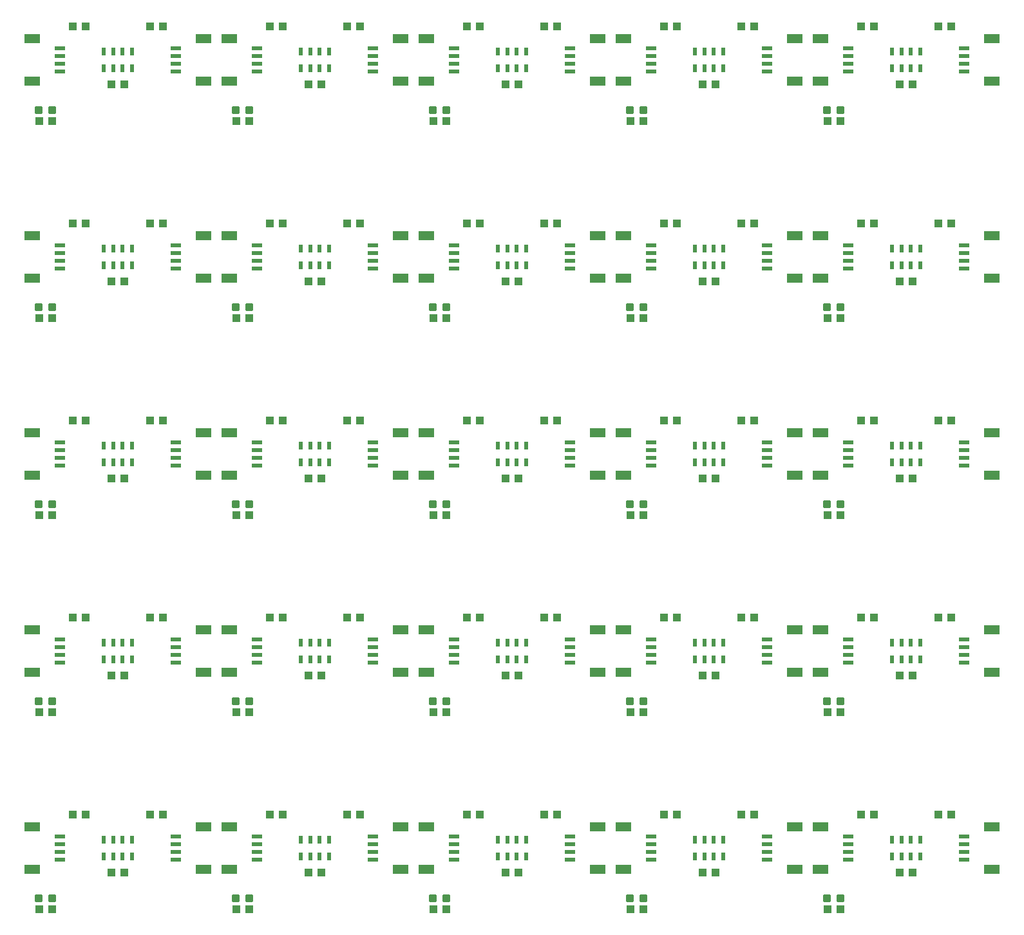
<source format=gtp>
G75*
%MOIN*%
%OFA0B0*%
%FSLAX25Y25*%
%IPPOS*%
%LPD*%
%AMOC8*
5,1,8,0,0,1.08239X$1,22.5*
%
%ADD10R,0.04331X0.03937*%
%ADD11R,0.07874X0.04724*%
%ADD12R,0.05315X0.02362*%
%ADD13C,0.01181*%
%ADD14R,0.02362X0.04331*%
D10*
X0047495Y0047250D03*
X0054188Y0047250D03*
X0084995Y0066250D03*
X0091688Y0066250D03*
X0104995Y0096250D03*
X0111688Y0096250D03*
X0071688Y0096250D03*
X0064995Y0096250D03*
X0054188Y0149250D03*
X0047495Y0149250D03*
X0084995Y0168250D03*
X0091688Y0168250D03*
X0104995Y0198250D03*
X0111688Y0198250D03*
X0071688Y0198250D03*
X0064995Y0198250D03*
X0054188Y0251250D03*
X0047495Y0251250D03*
X0084995Y0270250D03*
X0091688Y0270250D03*
X0104995Y0300250D03*
X0111688Y0300250D03*
X0071688Y0300250D03*
X0064995Y0300250D03*
X0054188Y0353250D03*
X0047495Y0353250D03*
X0084995Y0372250D03*
X0091688Y0372250D03*
X0104995Y0402250D03*
X0111688Y0402250D03*
X0071688Y0402250D03*
X0064995Y0402250D03*
X0054188Y0455250D03*
X0047495Y0455250D03*
X0084995Y0474250D03*
X0091688Y0474250D03*
X0104995Y0504250D03*
X0111688Y0504250D03*
X0071688Y0504250D03*
X0064995Y0504250D03*
X0149495Y0455250D03*
X0156188Y0455250D03*
X0186995Y0474250D03*
X0193688Y0474250D03*
X0206995Y0504250D03*
X0213688Y0504250D03*
X0173688Y0504250D03*
X0166995Y0504250D03*
X0251495Y0455250D03*
X0258188Y0455250D03*
X0288995Y0474250D03*
X0295688Y0474250D03*
X0308995Y0504250D03*
X0315688Y0504250D03*
X0275688Y0504250D03*
X0268995Y0504250D03*
X0353495Y0455250D03*
X0360188Y0455250D03*
X0390995Y0474250D03*
X0397688Y0474250D03*
X0410995Y0504250D03*
X0417688Y0504250D03*
X0377688Y0504250D03*
X0370995Y0504250D03*
X0455495Y0455250D03*
X0462188Y0455250D03*
X0492995Y0474250D03*
X0499688Y0474250D03*
X0512995Y0504250D03*
X0519688Y0504250D03*
X0479688Y0504250D03*
X0472995Y0504250D03*
X0472995Y0402250D03*
X0479688Y0402250D03*
X0492995Y0372250D03*
X0499688Y0372250D03*
X0512995Y0402250D03*
X0519688Y0402250D03*
X0462188Y0353250D03*
X0455495Y0353250D03*
X0417688Y0402250D03*
X0410995Y0402250D03*
X0397688Y0372250D03*
X0390995Y0372250D03*
X0377688Y0402250D03*
X0370995Y0402250D03*
X0360188Y0353250D03*
X0353495Y0353250D03*
X0315688Y0402250D03*
X0308995Y0402250D03*
X0295688Y0372250D03*
X0288995Y0372250D03*
X0275688Y0402250D03*
X0268995Y0402250D03*
X0258188Y0353250D03*
X0251495Y0353250D03*
X0213688Y0402250D03*
X0206995Y0402250D03*
X0193688Y0372250D03*
X0186995Y0372250D03*
X0156188Y0353250D03*
X0149495Y0353250D03*
X0166995Y0402250D03*
X0173688Y0402250D03*
X0173688Y0300250D03*
X0166995Y0300250D03*
X0186995Y0270250D03*
X0193688Y0270250D03*
X0206995Y0300250D03*
X0213688Y0300250D03*
X0251495Y0251250D03*
X0258188Y0251250D03*
X0288995Y0270250D03*
X0295688Y0270250D03*
X0308995Y0300250D03*
X0315688Y0300250D03*
X0275688Y0300250D03*
X0268995Y0300250D03*
X0353495Y0251250D03*
X0360188Y0251250D03*
X0390995Y0270250D03*
X0397688Y0270250D03*
X0410995Y0300250D03*
X0417688Y0300250D03*
X0377688Y0300250D03*
X0370995Y0300250D03*
X0455495Y0251250D03*
X0462188Y0251250D03*
X0492995Y0270250D03*
X0499688Y0270250D03*
X0512995Y0300250D03*
X0519688Y0300250D03*
X0479688Y0300250D03*
X0472995Y0300250D03*
X0472995Y0198250D03*
X0479688Y0198250D03*
X0492995Y0168250D03*
X0499688Y0168250D03*
X0512995Y0198250D03*
X0519688Y0198250D03*
X0462188Y0149250D03*
X0455495Y0149250D03*
X0417688Y0198250D03*
X0410995Y0198250D03*
X0397688Y0168250D03*
X0390995Y0168250D03*
X0377688Y0198250D03*
X0370995Y0198250D03*
X0360188Y0149250D03*
X0353495Y0149250D03*
X0315688Y0198250D03*
X0308995Y0198250D03*
X0295688Y0168250D03*
X0288995Y0168250D03*
X0275688Y0198250D03*
X0268995Y0198250D03*
X0258188Y0149250D03*
X0251495Y0149250D03*
X0213688Y0198250D03*
X0206995Y0198250D03*
X0193688Y0168250D03*
X0186995Y0168250D03*
X0156188Y0149250D03*
X0149495Y0149250D03*
X0166995Y0198250D03*
X0173688Y0198250D03*
X0156188Y0251250D03*
X0149495Y0251250D03*
X0166995Y0096250D03*
X0173688Y0096250D03*
X0186995Y0066250D03*
X0193688Y0066250D03*
X0206995Y0096250D03*
X0213688Y0096250D03*
X0251495Y0047250D03*
X0258188Y0047250D03*
X0288995Y0066250D03*
X0295688Y0066250D03*
X0308995Y0096250D03*
X0315688Y0096250D03*
X0275688Y0096250D03*
X0268995Y0096250D03*
X0353495Y0047250D03*
X0360188Y0047250D03*
X0390995Y0066250D03*
X0397688Y0066250D03*
X0410995Y0096250D03*
X0417688Y0096250D03*
X0377688Y0096250D03*
X0370995Y0096250D03*
X0455495Y0047250D03*
X0462188Y0047250D03*
X0492995Y0066250D03*
X0499688Y0066250D03*
X0512995Y0096250D03*
X0519688Y0096250D03*
X0479688Y0096250D03*
X0472995Y0096250D03*
X0156188Y0047250D03*
X0149495Y0047250D03*
D11*
X0145873Y0067726D03*
X0132810Y0067726D03*
X0132810Y0089774D03*
X0145873Y0089774D03*
X0145873Y0169726D03*
X0132810Y0169726D03*
X0132810Y0191774D03*
X0145873Y0191774D03*
X0145873Y0271726D03*
X0132810Y0271726D03*
X0132810Y0293774D03*
X0145873Y0293774D03*
X0145873Y0373726D03*
X0132810Y0373726D03*
X0132810Y0395774D03*
X0145873Y0395774D03*
X0145873Y0475726D03*
X0132810Y0475726D03*
X0132810Y0497774D03*
X0145873Y0497774D03*
X0234810Y0497774D03*
X0247873Y0497774D03*
X0247873Y0475726D03*
X0234810Y0475726D03*
X0234810Y0395774D03*
X0247873Y0395774D03*
X0247873Y0373726D03*
X0234810Y0373726D03*
X0234810Y0293774D03*
X0247873Y0293774D03*
X0247873Y0271726D03*
X0234810Y0271726D03*
X0234810Y0191774D03*
X0247873Y0191774D03*
X0247873Y0169726D03*
X0234810Y0169726D03*
X0234810Y0089774D03*
X0247873Y0089774D03*
X0247873Y0067726D03*
X0234810Y0067726D03*
X0336810Y0067726D03*
X0349873Y0067726D03*
X0349873Y0089774D03*
X0336810Y0089774D03*
X0336810Y0169726D03*
X0349873Y0169726D03*
X0349873Y0191774D03*
X0336810Y0191774D03*
X0336810Y0271726D03*
X0349873Y0271726D03*
X0349873Y0293774D03*
X0336810Y0293774D03*
X0336810Y0373726D03*
X0349873Y0373726D03*
X0349873Y0395774D03*
X0336810Y0395774D03*
X0336810Y0475726D03*
X0349873Y0475726D03*
X0349873Y0497774D03*
X0336810Y0497774D03*
X0438810Y0497774D03*
X0451873Y0497774D03*
X0451873Y0475726D03*
X0438810Y0475726D03*
X0438810Y0395774D03*
X0451873Y0395774D03*
X0451873Y0373726D03*
X0438810Y0373726D03*
X0438810Y0293774D03*
X0451873Y0293774D03*
X0451873Y0271726D03*
X0438810Y0271726D03*
X0438810Y0191774D03*
X0451873Y0191774D03*
X0451873Y0169726D03*
X0438810Y0169726D03*
X0438810Y0089774D03*
X0451873Y0089774D03*
X0451873Y0067726D03*
X0438810Y0067726D03*
X0540810Y0067726D03*
X0540810Y0089774D03*
X0540810Y0169726D03*
X0540810Y0191774D03*
X0540810Y0271726D03*
X0540810Y0293774D03*
X0540810Y0373726D03*
X0540810Y0395774D03*
X0540810Y0475726D03*
X0540810Y0497774D03*
X0043873Y0497774D03*
X0043873Y0475726D03*
X0043873Y0395774D03*
X0043873Y0373726D03*
X0043873Y0293774D03*
X0043873Y0271726D03*
X0043873Y0191774D03*
X0043873Y0169726D03*
X0043873Y0089774D03*
X0043873Y0067726D03*
D12*
X0058342Y0072844D03*
X0058342Y0076781D03*
X0058342Y0080719D03*
X0058342Y0084656D03*
X0118342Y0084656D03*
X0118342Y0080719D03*
X0118342Y0076781D03*
X0118342Y0072844D03*
X0160342Y0072844D03*
X0160342Y0076781D03*
X0160342Y0080719D03*
X0160342Y0084656D03*
X0220342Y0084656D03*
X0220342Y0080719D03*
X0220342Y0076781D03*
X0220342Y0072844D03*
X0262342Y0072844D03*
X0262342Y0076781D03*
X0262342Y0080719D03*
X0262342Y0084656D03*
X0322342Y0084656D03*
X0322342Y0080719D03*
X0322342Y0076781D03*
X0322342Y0072844D03*
X0364342Y0072844D03*
X0364342Y0076781D03*
X0364342Y0080719D03*
X0364342Y0084656D03*
X0424342Y0084656D03*
X0424342Y0080719D03*
X0424342Y0076781D03*
X0424342Y0072844D03*
X0466342Y0072844D03*
X0466342Y0076781D03*
X0466342Y0080719D03*
X0466342Y0084656D03*
X0526342Y0084656D03*
X0526342Y0080719D03*
X0526342Y0076781D03*
X0526342Y0072844D03*
X0526342Y0174844D03*
X0526342Y0178781D03*
X0526342Y0182719D03*
X0526342Y0186656D03*
X0466342Y0186656D03*
X0466342Y0182719D03*
X0466342Y0178781D03*
X0466342Y0174844D03*
X0424342Y0174844D03*
X0424342Y0178781D03*
X0424342Y0182719D03*
X0424342Y0186656D03*
X0364342Y0186656D03*
X0364342Y0182719D03*
X0364342Y0178781D03*
X0364342Y0174844D03*
X0322342Y0174844D03*
X0322342Y0178781D03*
X0322342Y0182719D03*
X0322342Y0186656D03*
X0262342Y0186656D03*
X0262342Y0182719D03*
X0262342Y0178781D03*
X0262342Y0174844D03*
X0220342Y0174844D03*
X0220342Y0178781D03*
X0220342Y0182719D03*
X0220342Y0186656D03*
X0160342Y0186656D03*
X0160342Y0182719D03*
X0160342Y0178781D03*
X0160342Y0174844D03*
X0118342Y0174844D03*
X0118342Y0178781D03*
X0118342Y0182719D03*
X0118342Y0186656D03*
X0058342Y0186656D03*
X0058342Y0182719D03*
X0058342Y0178781D03*
X0058342Y0174844D03*
X0058342Y0276844D03*
X0058342Y0280781D03*
X0058342Y0284719D03*
X0058342Y0288656D03*
X0118342Y0288656D03*
X0118342Y0284719D03*
X0118342Y0280781D03*
X0118342Y0276844D03*
X0160342Y0276844D03*
X0160342Y0280781D03*
X0160342Y0284719D03*
X0160342Y0288656D03*
X0220342Y0288656D03*
X0220342Y0284719D03*
X0220342Y0280781D03*
X0220342Y0276844D03*
X0262342Y0276844D03*
X0262342Y0280781D03*
X0262342Y0284719D03*
X0262342Y0288656D03*
X0322342Y0288656D03*
X0322342Y0284719D03*
X0322342Y0280781D03*
X0322342Y0276844D03*
X0364342Y0276844D03*
X0364342Y0280781D03*
X0364342Y0284719D03*
X0364342Y0288656D03*
X0424342Y0288656D03*
X0424342Y0284719D03*
X0424342Y0280781D03*
X0424342Y0276844D03*
X0466342Y0276844D03*
X0466342Y0280781D03*
X0466342Y0284719D03*
X0466342Y0288656D03*
X0526342Y0288656D03*
X0526342Y0284719D03*
X0526342Y0280781D03*
X0526342Y0276844D03*
X0526342Y0378844D03*
X0526342Y0382781D03*
X0526342Y0386719D03*
X0526342Y0390656D03*
X0466342Y0390656D03*
X0466342Y0386719D03*
X0466342Y0382781D03*
X0466342Y0378844D03*
X0424342Y0378844D03*
X0424342Y0382781D03*
X0424342Y0386719D03*
X0424342Y0390656D03*
X0364342Y0390656D03*
X0364342Y0386719D03*
X0364342Y0382781D03*
X0364342Y0378844D03*
X0322342Y0378844D03*
X0322342Y0382781D03*
X0322342Y0386719D03*
X0322342Y0390656D03*
X0262342Y0390656D03*
X0262342Y0386719D03*
X0262342Y0382781D03*
X0262342Y0378844D03*
X0220342Y0378844D03*
X0220342Y0382781D03*
X0220342Y0386719D03*
X0220342Y0390656D03*
X0160342Y0390656D03*
X0160342Y0386719D03*
X0160342Y0382781D03*
X0160342Y0378844D03*
X0118342Y0378844D03*
X0118342Y0382781D03*
X0118342Y0386719D03*
X0118342Y0390656D03*
X0058342Y0390656D03*
X0058342Y0386719D03*
X0058342Y0382781D03*
X0058342Y0378844D03*
X0058342Y0480844D03*
X0058342Y0484781D03*
X0058342Y0488719D03*
X0058342Y0492656D03*
X0118342Y0492656D03*
X0118342Y0488719D03*
X0118342Y0484781D03*
X0118342Y0480844D03*
X0160342Y0480844D03*
X0160342Y0484781D03*
X0160342Y0488719D03*
X0160342Y0492656D03*
X0220342Y0492656D03*
X0220342Y0488719D03*
X0220342Y0484781D03*
X0220342Y0480844D03*
X0262342Y0480844D03*
X0262342Y0484781D03*
X0262342Y0488719D03*
X0262342Y0492656D03*
X0322342Y0492656D03*
X0322342Y0488719D03*
X0322342Y0484781D03*
X0322342Y0480844D03*
X0364342Y0480844D03*
X0364342Y0484781D03*
X0364342Y0488719D03*
X0364342Y0492656D03*
X0424342Y0492656D03*
X0424342Y0488719D03*
X0424342Y0484781D03*
X0424342Y0480844D03*
X0466342Y0480844D03*
X0466342Y0484781D03*
X0466342Y0488719D03*
X0466342Y0492656D03*
X0526342Y0492656D03*
X0526342Y0488719D03*
X0526342Y0484781D03*
X0526342Y0480844D03*
D13*
X0460917Y0462128D02*
X0460917Y0459372D01*
X0460917Y0462128D02*
X0463673Y0462128D01*
X0463673Y0459372D01*
X0460917Y0459372D01*
X0460917Y0460494D02*
X0463673Y0460494D01*
X0463673Y0461616D02*
X0460917Y0461616D01*
X0454011Y0462128D02*
X0454011Y0459372D01*
X0454011Y0462128D02*
X0456767Y0462128D01*
X0456767Y0459372D01*
X0454011Y0459372D01*
X0454011Y0460494D02*
X0456767Y0460494D01*
X0456767Y0461616D02*
X0454011Y0461616D01*
X0358917Y0462128D02*
X0358917Y0459372D01*
X0358917Y0462128D02*
X0361673Y0462128D01*
X0361673Y0459372D01*
X0358917Y0459372D01*
X0358917Y0460494D02*
X0361673Y0460494D01*
X0361673Y0461616D02*
X0358917Y0461616D01*
X0352011Y0462128D02*
X0352011Y0459372D01*
X0352011Y0462128D02*
X0354767Y0462128D01*
X0354767Y0459372D01*
X0352011Y0459372D01*
X0352011Y0460494D02*
X0354767Y0460494D01*
X0354767Y0461616D02*
X0352011Y0461616D01*
X0256917Y0462128D02*
X0256917Y0459372D01*
X0256917Y0462128D02*
X0259673Y0462128D01*
X0259673Y0459372D01*
X0256917Y0459372D01*
X0256917Y0460494D02*
X0259673Y0460494D01*
X0259673Y0461616D02*
X0256917Y0461616D01*
X0250011Y0462128D02*
X0250011Y0459372D01*
X0250011Y0462128D02*
X0252767Y0462128D01*
X0252767Y0459372D01*
X0250011Y0459372D01*
X0250011Y0460494D02*
X0252767Y0460494D01*
X0252767Y0461616D02*
X0250011Y0461616D01*
X0154917Y0462128D02*
X0154917Y0459372D01*
X0154917Y0462128D02*
X0157673Y0462128D01*
X0157673Y0459372D01*
X0154917Y0459372D01*
X0154917Y0460494D02*
X0157673Y0460494D01*
X0157673Y0461616D02*
X0154917Y0461616D01*
X0148011Y0462128D02*
X0148011Y0459372D01*
X0148011Y0462128D02*
X0150767Y0462128D01*
X0150767Y0459372D01*
X0148011Y0459372D01*
X0148011Y0460494D02*
X0150767Y0460494D01*
X0150767Y0461616D02*
X0148011Y0461616D01*
X0052917Y0462128D02*
X0052917Y0459372D01*
X0052917Y0462128D02*
X0055673Y0462128D01*
X0055673Y0459372D01*
X0052917Y0459372D01*
X0052917Y0460494D02*
X0055673Y0460494D01*
X0055673Y0461616D02*
X0052917Y0461616D01*
X0046011Y0462128D02*
X0046011Y0459372D01*
X0046011Y0462128D02*
X0048767Y0462128D01*
X0048767Y0459372D01*
X0046011Y0459372D01*
X0046011Y0460494D02*
X0048767Y0460494D01*
X0048767Y0461616D02*
X0046011Y0461616D01*
X0046011Y0360128D02*
X0046011Y0357372D01*
X0046011Y0360128D02*
X0048767Y0360128D01*
X0048767Y0357372D01*
X0046011Y0357372D01*
X0046011Y0358494D02*
X0048767Y0358494D01*
X0048767Y0359616D02*
X0046011Y0359616D01*
X0052917Y0360128D02*
X0052917Y0357372D01*
X0052917Y0360128D02*
X0055673Y0360128D01*
X0055673Y0357372D01*
X0052917Y0357372D01*
X0052917Y0358494D02*
X0055673Y0358494D01*
X0055673Y0359616D02*
X0052917Y0359616D01*
X0148011Y0360128D02*
X0148011Y0357372D01*
X0148011Y0360128D02*
X0150767Y0360128D01*
X0150767Y0357372D01*
X0148011Y0357372D01*
X0148011Y0358494D02*
X0150767Y0358494D01*
X0150767Y0359616D02*
X0148011Y0359616D01*
X0154917Y0360128D02*
X0154917Y0357372D01*
X0154917Y0360128D02*
X0157673Y0360128D01*
X0157673Y0357372D01*
X0154917Y0357372D01*
X0154917Y0358494D02*
X0157673Y0358494D01*
X0157673Y0359616D02*
X0154917Y0359616D01*
X0250011Y0360128D02*
X0250011Y0357372D01*
X0250011Y0360128D02*
X0252767Y0360128D01*
X0252767Y0357372D01*
X0250011Y0357372D01*
X0250011Y0358494D02*
X0252767Y0358494D01*
X0252767Y0359616D02*
X0250011Y0359616D01*
X0256917Y0360128D02*
X0256917Y0357372D01*
X0256917Y0360128D02*
X0259673Y0360128D01*
X0259673Y0357372D01*
X0256917Y0357372D01*
X0256917Y0358494D02*
X0259673Y0358494D01*
X0259673Y0359616D02*
X0256917Y0359616D01*
X0352011Y0360128D02*
X0352011Y0357372D01*
X0352011Y0360128D02*
X0354767Y0360128D01*
X0354767Y0357372D01*
X0352011Y0357372D01*
X0352011Y0358494D02*
X0354767Y0358494D01*
X0354767Y0359616D02*
X0352011Y0359616D01*
X0358917Y0360128D02*
X0358917Y0357372D01*
X0358917Y0360128D02*
X0361673Y0360128D01*
X0361673Y0357372D01*
X0358917Y0357372D01*
X0358917Y0358494D02*
X0361673Y0358494D01*
X0361673Y0359616D02*
X0358917Y0359616D01*
X0454011Y0360128D02*
X0454011Y0357372D01*
X0454011Y0360128D02*
X0456767Y0360128D01*
X0456767Y0357372D01*
X0454011Y0357372D01*
X0454011Y0358494D02*
X0456767Y0358494D01*
X0456767Y0359616D02*
X0454011Y0359616D01*
X0460917Y0360128D02*
X0460917Y0357372D01*
X0460917Y0360128D02*
X0463673Y0360128D01*
X0463673Y0357372D01*
X0460917Y0357372D01*
X0460917Y0358494D02*
X0463673Y0358494D01*
X0463673Y0359616D02*
X0460917Y0359616D01*
X0460917Y0258128D02*
X0460917Y0255372D01*
X0460917Y0258128D02*
X0463673Y0258128D01*
X0463673Y0255372D01*
X0460917Y0255372D01*
X0460917Y0256494D02*
X0463673Y0256494D01*
X0463673Y0257616D02*
X0460917Y0257616D01*
X0454011Y0258128D02*
X0454011Y0255372D01*
X0454011Y0258128D02*
X0456767Y0258128D01*
X0456767Y0255372D01*
X0454011Y0255372D01*
X0454011Y0256494D02*
X0456767Y0256494D01*
X0456767Y0257616D02*
X0454011Y0257616D01*
X0358917Y0258128D02*
X0358917Y0255372D01*
X0358917Y0258128D02*
X0361673Y0258128D01*
X0361673Y0255372D01*
X0358917Y0255372D01*
X0358917Y0256494D02*
X0361673Y0256494D01*
X0361673Y0257616D02*
X0358917Y0257616D01*
X0352011Y0258128D02*
X0352011Y0255372D01*
X0352011Y0258128D02*
X0354767Y0258128D01*
X0354767Y0255372D01*
X0352011Y0255372D01*
X0352011Y0256494D02*
X0354767Y0256494D01*
X0354767Y0257616D02*
X0352011Y0257616D01*
X0256917Y0258128D02*
X0256917Y0255372D01*
X0256917Y0258128D02*
X0259673Y0258128D01*
X0259673Y0255372D01*
X0256917Y0255372D01*
X0256917Y0256494D02*
X0259673Y0256494D01*
X0259673Y0257616D02*
X0256917Y0257616D01*
X0250011Y0258128D02*
X0250011Y0255372D01*
X0250011Y0258128D02*
X0252767Y0258128D01*
X0252767Y0255372D01*
X0250011Y0255372D01*
X0250011Y0256494D02*
X0252767Y0256494D01*
X0252767Y0257616D02*
X0250011Y0257616D01*
X0154917Y0258128D02*
X0154917Y0255372D01*
X0154917Y0258128D02*
X0157673Y0258128D01*
X0157673Y0255372D01*
X0154917Y0255372D01*
X0154917Y0256494D02*
X0157673Y0256494D01*
X0157673Y0257616D02*
X0154917Y0257616D01*
X0148011Y0258128D02*
X0148011Y0255372D01*
X0148011Y0258128D02*
X0150767Y0258128D01*
X0150767Y0255372D01*
X0148011Y0255372D01*
X0148011Y0256494D02*
X0150767Y0256494D01*
X0150767Y0257616D02*
X0148011Y0257616D01*
X0052917Y0258128D02*
X0052917Y0255372D01*
X0052917Y0258128D02*
X0055673Y0258128D01*
X0055673Y0255372D01*
X0052917Y0255372D01*
X0052917Y0256494D02*
X0055673Y0256494D01*
X0055673Y0257616D02*
X0052917Y0257616D01*
X0046011Y0258128D02*
X0046011Y0255372D01*
X0046011Y0258128D02*
X0048767Y0258128D01*
X0048767Y0255372D01*
X0046011Y0255372D01*
X0046011Y0256494D02*
X0048767Y0256494D01*
X0048767Y0257616D02*
X0046011Y0257616D01*
X0046011Y0156128D02*
X0046011Y0153372D01*
X0046011Y0156128D02*
X0048767Y0156128D01*
X0048767Y0153372D01*
X0046011Y0153372D01*
X0046011Y0154494D02*
X0048767Y0154494D01*
X0048767Y0155616D02*
X0046011Y0155616D01*
X0052917Y0156128D02*
X0052917Y0153372D01*
X0052917Y0156128D02*
X0055673Y0156128D01*
X0055673Y0153372D01*
X0052917Y0153372D01*
X0052917Y0154494D02*
X0055673Y0154494D01*
X0055673Y0155616D02*
X0052917Y0155616D01*
X0148011Y0156128D02*
X0148011Y0153372D01*
X0148011Y0156128D02*
X0150767Y0156128D01*
X0150767Y0153372D01*
X0148011Y0153372D01*
X0148011Y0154494D02*
X0150767Y0154494D01*
X0150767Y0155616D02*
X0148011Y0155616D01*
X0154917Y0156128D02*
X0154917Y0153372D01*
X0154917Y0156128D02*
X0157673Y0156128D01*
X0157673Y0153372D01*
X0154917Y0153372D01*
X0154917Y0154494D02*
X0157673Y0154494D01*
X0157673Y0155616D02*
X0154917Y0155616D01*
X0250011Y0156128D02*
X0250011Y0153372D01*
X0250011Y0156128D02*
X0252767Y0156128D01*
X0252767Y0153372D01*
X0250011Y0153372D01*
X0250011Y0154494D02*
X0252767Y0154494D01*
X0252767Y0155616D02*
X0250011Y0155616D01*
X0256917Y0156128D02*
X0256917Y0153372D01*
X0256917Y0156128D02*
X0259673Y0156128D01*
X0259673Y0153372D01*
X0256917Y0153372D01*
X0256917Y0154494D02*
X0259673Y0154494D01*
X0259673Y0155616D02*
X0256917Y0155616D01*
X0352011Y0156128D02*
X0352011Y0153372D01*
X0352011Y0156128D02*
X0354767Y0156128D01*
X0354767Y0153372D01*
X0352011Y0153372D01*
X0352011Y0154494D02*
X0354767Y0154494D01*
X0354767Y0155616D02*
X0352011Y0155616D01*
X0358917Y0156128D02*
X0358917Y0153372D01*
X0358917Y0156128D02*
X0361673Y0156128D01*
X0361673Y0153372D01*
X0358917Y0153372D01*
X0358917Y0154494D02*
X0361673Y0154494D01*
X0361673Y0155616D02*
X0358917Y0155616D01*
X0454011Y0156128D02*
X0454011Y0153372D01*
X0454011Y0156128D02*
X0456767Y0156128D01*
X0456767Y0153372D01*
X0454011Y0153372D01*
X0454011Y0154494D02*
X0456767Y0154494D01*
X0456767Y0155616D02*
X0454011Y0155616D01*
X0460917Y0156128D02*
X0460917Y0153372D01*
X0460917Y0156128D02*
X0463673Y0156128D01*
X0463673Y0153372D01*
X0460917Y0153372D01*
X0460917Y0154494D02*
X0463673Y0154494D01*
X0463673Y0155616D02*
X0460917Y0155616D01*
X0460917Y0054128D02*
X0460917Y0051372D01*
X0460917Y0054128D02*
X0463673Y0054128D01*
X0463673Y0051372D01*
X0460917Y0051372D01*
X0460917Y0052494D02*
X0463673Y0052494D01*
X0463673Y0053616D02*
X0460917Y0053616D01*
X0454011Y0054128D02*
X0454011Y0051372D01*
X0454011Y0054128D02*
X0456767Y0054128D01*
X0456767Y0051372D01*
X0454011Y0051372D01*
X0454011Y0052494D02*
X0456767Y0052494D01*
X0456767Y0053616D02*
X0454011Y0053616D01*
X0358917Y0054128D02*
X0358917Y0051372D01*
X0358917Y0054128D02*
X0361673Y0054128D01*
X0361673Y0051372D01*
X0358917Y0051372D01*
X0358917Y0052494D02*
X0361673Y0052494D01*
X0361673Y0053616D02*
X0358917Y0053616D01*
X0352011Y0054128D02*
X0352011Y0051372D01*
X0352011Y0054128D02*
X0354767Y0054128D01*
X0354767Y0051372D01*
X0352011Y0051372D01*
X0352011Y0052494D02*
X0354767Y0052494D01*
X0354767Y0053616D02*
X0352011Y0053616D01*
X0256917Y0054128D02*
X0256917Y0051372D01*
X0256917Y0054128D02*
X0259673Y0054128D01*
X0259673Y0051372D01*
X0256917Y0051372D01*
X0256917Y0052494D02*
X0259673Y0052494D01*
X0259673Y0053616D02*
X0256917Y0053616D01*
X0250011Y0054128D02*
X0250011Y0051372D01*
X0250011Y0054128D02*
X0252767Y0054128D01*
X0252767Y0051372D01*
X0250011Y0051372D01*
X0250011Y0052494D02*
X0252767Y0052494D01*
X0252767Y0053616D02*
X0250011Y0053616D01*
X0154917Y0054128D02*
X0154917Y0051372D01*
X0154917Y0054128D02*
X0157673Y0054128D01*
X0157673Y0051372D01*
X0154917Y0051372D01*
X0154917Y0052494D02*
X0157673Y0052494D01*
X0157673Y0053616D02*
X0154917Y0053616D01*
X0148011Y0054128D02*
X0148011Y0051372D01*
X0148011Y0054128D02*
X0150767Y0054128D01*
X0150767Y0051372D01*
X0148011Y0051372D01*
X0148011Y0052494D02*
X0150767Y0052494D01*
X0150767Y0053616D02*
X0148011Y0053616D01*
X0052917Y0054128D02*
X0052917Y0051372D01*
X0052917Y0054128D02*
X0055673Y0054128D01*
X0055673Y0051372D01*
X0052917Y0051372D01*
X0052917Y0052494D02*
X0055673Y0052494D01*
X0055673Y0053616D02*
X0052917Y0053616D01*
X0046011Y0054128D02*
X0046011Y0051372D01*
X0046011Y0054128D02*
X0048767Y0054128D01*
X0048767Y0051372D01*
X0046011Y0051372D01*
X0046011Y0052494D02*
X0048767Y0052494D01*
X0048767Y0053616D02*
X0046011Y0053616D01*
D14*
X0080960Y0074419D03*
X0085881Y0074419D03*
X0090802Y0074419D03*
X0095724Y0074419D03*
X0095724Y0083081D03*
X0090802Y0083081D03*
X0085881Y0083081D03*
X0080960Y0083081D03*
X0080960Y0176419D03*
X0085881Y0176419D03*
X0090802Y0176419D03*
X0095724Y0176419D03*
X0095724Y0185081D03*
X0090802Y0185081D03*
X0085881Y0185081D03*
X0080960Y0185081D03*
X0080960Y0278419D03*
X0085881Y0278419D03*
X0090802Y0278419D03*
X0095724Y0278419D03*
X0095724Y0287081D03*
X0090802Y0287081D03*
X0085881Y0287081D03*
X0080960Y0287081D03*
X0080960Y0380419D03*
X0085881Y0380419D03*
X0090802Y0380419D03*
X0095724Y0380419D03*
X0095724Y0389081D03*
X0090802Y0389081D03*
X0085881Y0389081D03*
X0080960Y0389081D03*
X0080960Y0482419D03*
X0085881Y0482419D03*
X0090802Y0482419D03*
X0095724Y0482419D03*
X0095724Y0491081D03*
X0090802Y0491081D03*
X0085881Y0491081D03*
X0080960Y0491081D03*
X0182960Y0491081D03*
X0187881Y0491081D03*
X0192802Y0491081D03*
X0197724Y0491081D03*
X0197724Y0482419D03*
X0192802Y0482419D03*
X0187881Y0482419D03*
X0182960Y0482419D03*
X0182960Y0389081D03*
X0187881Y0389081D03*
X0192802Y0389081D03*
X0197724Y0389081D03*
X0197724Y0380419D03*
X0192802Y0380419D03*
X0187881Y0380419D03*
X0182960Y0380419D03*
X0182960Y0287081D03*
X0187881Y0287081D03*
X0192802Y0287081D03*
X0197724Y0287081D03*
X0197724Y0278419D03*
X0192802Y0278419D03*
X0187881Y0278419D03*
X0182960Y0278419D03*
X0182960Y0185081D03*
X0187881Y0185081D03*
X0192802Y0185081D03*
X0197724Y0185081D03*
X0197724Y0176419D03*
X0192802Y0176419D03*
X0187881Y0176419D03*
X0182960Y0176419D03*
X0284960Y0176419D03*
X0289881Y0176419D03*
X0294802Y0176419D03*
X0299724Y0176419D03*
X0299724Y0185081D03*
X0294802Y0185081D03*
X0289881Y0185081D03*
X0284960Y0185081D03*
X0284960Y0278419D03*
X0289881Y0278419D03*
X0294802Y0278419D03*
X0299724Y0278419D03*
X0299724Y0287081D03*
X0294802Y0287081D03*
X0289881Y0287081D03*
X0284960Y0287081D03*
X0284960Y0380419D03*
X0289881Y0380419D03*
X0294802Y0380419D03*
X0299724Y0380419D03*
X0299724Y0389081D03*
X0294802Y0389081D03*
X0289881Y0389081D03*
X0284960Y0389081D03*
X0284960Y0482419D03*
X0289881Y0482419D03*
X0294802Y0482419D03*
X0299724Y0482419D03*
X0299724Y0491081D03*
X0294802Y0491081D03*
X0289881Y0491081D03*
X0284960Y0491081D03*
X0386960Y0491081D03*
X0391881Y0491081D03*
X0396802Y0491081D03*
X0401724Y0491081D03*
X0401724Y0482419D03*
X0396802Y0482419D03*
X0391881Y0482419D03*
X0386960Y0482419D03*
X0386960Y0389081D03*
X0391881Y0389081D03*
X0396802Y0389081D03*
X0401724Y0389081D03*
X0401724Y0380419D03*
X0396802Y0380419D03*
X0391881Y0380419D03*
X0386960Y0380419D03*
X0386960Y0287081D03*
X0391881Y0287081D03*
X0396802Y0287081D03*
X0401724Y0287081D03*
X0401724Y0278419D03*
X0396802Y0278419D03*
X0391881Y0278419D03*
X0386960Y0278419D03*
X0386960Y0185081D03*
X0391881Y0185081D03*
X0396802Y0185081D03*
X0401724Y0185081D03*
X0401724Y0176419D03*
X0396802Y0176419D03*
X0391881Y0176419D03*
X0386960Y0176419D03*
X0386960Y0083081D03*
X0391881Y0083081D03*
X0396802Y0083081D03*
X0401724Y0083081D03*
X0401724Y0074419D03*
X0396802Y0074419D03*
X0391881Y0074419D03*
X0386960Y0074419D03*
X0299724Y0074419D03*
X0294802Y0074419D03*
X0289881Y0074419D03*
X0284960Y0074419D03*
X0284960Y0083081D03*
X0289881Y0083081D03*
X0294802Y0083081D03*
X0299724Y0083081D03*
X0197724Y0083081D03*
X0192802Y0083081D03*
X0187881Y0083081D03*
X0182960Y0083081D03*
X0182960Y0074419D03*
X0187881Y0074419D03*
X0192802Y0074419D03*
X0197724Y0074419D03*
X0488960Y0074419D03*
X0493881Y0074419D03*
X0498802Y0074419D03*
X0503724Y0074419D03*
X0503724Y0083081D03*
X0498802Y0083081D03*
X0493881Y0083081D03*
X0488960Y0083081D03*
X0488960Y0176419D03*
X0493881Y0176419D03*
X0498802Y0176419D03*
X0503724Y0176419D03*
X0503724Y0185081D03*
X0498802Y0185081D03*
X0493881Y0185081D03*
X0488960Y0185081D03*
X0488960Y0278419D03*
X0493881Y0278419D03*
X0498802Y0278419D03*
X0503724Y0278419D03*
X0503724Y0287081D03*
X0498802Y0287081D03*
X0493881Y0287081D03*
X0488960Y0287081D03*
X0488960Y0380419D03*
X0493881Y0380419D03*
X0498802Y0380419D03*
X0503724Y0380419D03*
X0503724Y0389081D03*
X0498802Y0389081D03*
X0493881Y0389081D03*
X0488960Y0389081D03*
X0488960Y0482419D03*
X0493881Y0482419D03*
X0498802Y0482419D03*
X0503724Y0482419D03*
X0503724Y0491081D03*
X0498802Y0491081D03*
X0493881Y0491081D03*
X0488960Y0491081D03*
M02*

</source>
